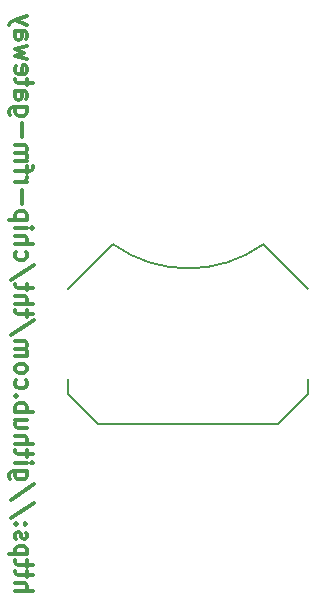
<source format=gbo>
G04 #@! TF.FileFunction,Legend,Bot*
%FSLAX46Y46*%
G04 Gerber Fmt 4.6, Leading zero omitted, Abs format (unit mm)*
G04 Created by KiCad (PCBNEW 4.0.5) date Sunday, 26 February 2017 'PMt' 15:03:11*
%MOMM*%
%LPD*%
G01*
G04 APERTURE LIST*
%ADD10C,0.100000*%
%ADD11C,0.300000*%
%ADD12C,0.150000*%
G04 APERTURE END LIST*
D10*
D11*
X133841429Y-98780002D02*
X135341429Y-98780002D01*
X133841429Y-98137145D02*
X134627143Y-98137145D01*
X134770000Y-98208574D01*
X134841429Y-98351431D01*
X134841429Y-98565716D01*
X134770000Y-98708574D01*
X134698571Y-98780002D01*
X134841429Y-97637145D02*
X134841429Y-97065716D01*
X135341429Y-97422859D02*
X134055714Y-97422859D01*
X133912857Y-97351431D01*
X133841429Y-97208573D01*
X133841429Y-97065716D01*
X134841429Y-96780002D02*
X134841429Y-96208573D01*
X135341429Y-96565716D02*
X134055714Y-96565716D01*
X133912857Y-96494288D01*
X133841429Y-96351430D01*
X133841429Y-96208573D01*
X134841429Y-95708573D02*
X133341429Y-95708573D01*
X134770000Y-95708573D02*
X134841429Y-95565716D01*
X134841429Y-95280002D01*
X134770000Y-95137145D01*
X134698571Y-95065716D01*
X134555714Y-94994287D01*
X134127143Y-94994287D01*
X133984286Y-95065716D01*
X133912857Y-95137145D01*
X133841429Y-95280002D01*
X133841429Y-95565716D01*
X133912857Y-95708573D01*
X133912857Y-94422859D02*
X133841429Y-94280002D01*
X133841429Y-93994287D01*
X133912857Y-93851430D01*
X134055714Y-93780002D01*
X134127143Y-93780002D01*
X134270000Y-93851430D01*
X134341429Y-93994287D01*
X134341429Y-94208573D01*
X134412857Y-94351430D01*
X134555714Y-94422859D01*
X134627143Y-94422859D01*
X134770000Y-94351430D01*
X134841429Y-94208573D01*
X134841429Y-93994287D01*
X134770000Y-93851430D01*
X133984286Y-93137144D02*
X133912857Y-93065716D01*
X133841429Y-93137144D01*
X133912857Y-93208573D01*
X133984286Y-93137144D01*
X133841429Y-93137144D01*
X134770000Y-93137144D02*
X134698571Y-93065716D01*
X134627143Y-93137144D01*
X134698571Y-93208573D01*
X134770000Y-93137144D01*
X134627143Y-93137144D01*
X135412857Y-91351430D02*
X133484286Y-92637144D01*
X135412857Y-89780001D02*
X133484286Y-91065715D01*
X134841429Y-88637143D02*
X133627143Y-88637143D01*
X133484286Y-88708572D01*
X133412857Y-88780000D01*
X133341429Y-88922857D01*
X133341429Y-89137143D01*
X133412857Y-89280000D01*
X133912857Y-88637143D02*
X133841429Y-88780000D01*
X133841429Y-89065714D01*
X133912857Y-89208572D01*
X133984286Y-89280000D01*
X134127143Y-89351429D01*
X134555714Y-89351429D01*
X134698571Y-89280000D01*
X134770000Y-89208572D01*
X134841429Y-89065714D01*
X134841429Y-88780000D01*
X134770000Y-88637143D01*
X133841429Y-87922857D02*
X134841429Y-87922857D01*
X135341429Y-87922857D02*
X135270000Y-87994286D01*
X135198571Y-87922857D01*
X135270000Y-87851429D01*
X135341429Y-87922857D01*
X135198571Y-87922857D01*
X134841429Y-87422857D02*
X134841429Y-86851428D01*
X135341429Y-87208571D02*
X134055714Y-87208571D01*
X133912857Y-87137143D01*
X133841429Y-86994285D01*
X133841429Y-86851428D01*
X133841429Y-86351428D02*
X135341429Y-86351428D01*
X133841429Y-85708571D02*
X134627143Y-85708571D01*
X134770000Y-85780000D01*
X134841429Y-85922857D01*
X134841429Y-86137142D01*
X134770000Y-86280000D01*
X134698571Y-86351428D01*
X134841429Y-84351428D02*
X133841429Y-84351428D01*
X134841429Y-84994285D02*
X134055714Y-84994285D01*
X133912857Y-84922857D01*
X133841429Y-84779999D01*
X133841429Y-84565714D01*
X133912857Y-84422857D01*
X133984286Y-84351428D01*
X133841429Y-83637142D02*
X135341429Y-83637142D01*
X134770000Y-83637142D02*
X134841429Y-83494285D01*
X134841429Y-83208571D01*
X134770000Y-83065714D01*
X134698571Y-82994285D01*
X134555714Y-82922856D01*
X134127143Y-82922856D01*
X133984286Y-82994285D01*
X133912857Y-83065714D01*
X133841429Y-83208571D01*
X133841429Y-83494285D01*
X133912857Y-83637142D01*
X133984286Y-82279999D02*
X133912857Y-82208571D01*
X133841429Y-82279999D01*
X133912857Y-82351428D01*
X133984286Y-82279999D01*
X133841429Y-82279999D01*
X133912857Y-80922856D02*
X133841429Y-81065713D01*
X133841429Y-81351427D01*
X133912857Y-81494285D01*
X133984286Y-81565713D01*
X134127143Y-81637142D01*
X134555714Y-81637142D01*
X134698571Y-81565713D01*
X134770000Y-81494285D01*
X134841429Y-81351427D01*
X134841429Y-81065713D01*
X134770000Y-80922856D01*
X133841429Y-80065713D02*
X133912857Y-80208571D01*
X133984286Y-80279999D01*
X134127143Y-80351428D01*
X134555714Y-80351428D01*
X134698571Y-80279999D01*
X134770000Y-80208571D01*
X134841429Y-80065713D01*
X134841429Y-79851428D01*
X134770000Y-79708571D01*
X134698571Y-79637142D01*
X134555714Y-79565713D01*
X134127143Y-79565713D01*
X133984286Y-79637142D01*
X133912857Y-79708571D01*
X133841429Y-79851428D01*
X133841429Y-80065713D01*
X133841429Y-78922856D02*
X134841429Y-78922856D01*
X134698571Y-78922856D02*
X134770000Y-78851428D01*
X134841429Y-78708570D01*
X134841429Y-78494285D01*
X134770000Y-78351428D01*
X134627143Y-78279999D01*
X133841429Y-78279999D01*
X134627143Y-78279999D02*
X134770000Y-78208570D01*
X134841429Y-78065713D01*
X134841429Y-77851428D01*
X134770000Y-77708570D01*
X134627143Y-77637142D01*
X133841429Y-77637142D01*
X135412857Y-75851428D02*
X133484286Y-77137142D01*
X134841429Y-75565713D02*
X134841429Y-74994284D01*
X135341429Y-75351427D02*
X134055714Y-75351427D01*
X133912857Y-75279999D01*
X133841429Y-75137141D01*
X133841429Y-74994284D01*
X133841429Y-74494284D02*
X135341429Y-74494284D01*
X133841429Y-73851427D02*
X134627143Y-73851427D01*
X134770000Y-73922856D01*
X134841429Y-74065713D01*
X134841429Y-74279998D01*
X134770000Y-74422856D01*
X134698571Y-74494284D01*
X134841429Y-73351427D02*
X134841429Y-72779998D01*
X135341429Y-73137141D02*
X134055714Y-73137141D01*
X133912857Y-73065713D01*
X133841429Y-72922855D01*
X133841429Y-72779998D01*
X135412857Y-71208570D02*
X133484286Y-72494284D01*
X133912857Y-70065712D02*
X133841429Y-70208569D01*
X133841429Y-70494283D01*
X133912857Y-70637141D01*
X133984286Y-70708569D01*
X134127143Y-70779998D01*
X134555714Y-70779998D01*
X134698571Y-70708569D01*
X134770000Y-70637141D01*
X134841429Y-70494283D01*
X134841429Y-70208569D01*
X134770000Y-70065712D01*
X133841429Y-69422855D02*
X135341429Y-69422855D01*
X133841429Y-68779998D02*
X134627143Y-68779998D01*
X134770000Y-68851427D01*
X134841429Y-68994284D01*
X134841429Y-69208569D01*
X134770000Y-69351427D01*
X134698571Y-69422855D01*
X133841429Y-68065712D02*
X134841429Y-68065712D01*
X135341429Y-68065712D02*
X135270000Y-68137141D01*
X135198571Y-68065712D01*
X135270000Y-67994284D01*
X135341429Y-68065712D01*
X135198571Y-68065712D01*
X134841429Y-67351426D02*
X133341429Y-67351426D01*
X134770000Y-67351426D02*
X134841429Y-67208569D01*
X134841429Y-66922855D01*
X134770000Y-66779998D01*
X134698571Y-66708569D01*
X134555714Y-66637140D01*
X134127143Y-66637140D01*
X133984286Y-66708569D01*
X133912857Y-66779998D01*
X133841429Y-66922855D01*
X133841429Y-67208569D01*
X133912857Y-67351426D01*
X134412857Y-65994283D02*
X134412857Y-64851426D01*
X133841429Y-64137140D02*
X134841429Y-64137140D01*
X134555714Y-64137140D02*
X134698571Y-64065712D01*
X134770000Y-63994283D01*
X134841429Y-63851426D01*
X134841429Y-63708569D01*
X134841429Y-63422855D02*
X134841429Y-62851426D01*
X133841429Y-63208569D02*
X135127143Y-63208569D01*
X135270000Y-63137141D01*
X135341429Y-62994283D01*
X135341429Y-62851426D01*
X133841429Y-62351426D02*
X134841429Y-62351426D01*
X134698571Y-62351426D02*
X134770000Y-62279998D01*
X134841429Y-62137140D01*
X134841429Y-61922855D01*
X134770000Y-61779998D01*
X134627143Y-61708569D01*
X133841429Y-61708569D01*
X134627143Y-61708569D02*
X134770000Y-61637140D01*
X134841429Y-61494283D01*
X134841429Y-61279998D01*
X134770000Y-61137140D01*
X134627143Y-61065712D01*
X133841429Y-61065712D01*
X134412857Y-60351426D02*
X134412857Y-59208569D01*
X134841429Y-57851426D02*
X133627143Y-57851426D01*
X133484286Y-57922855D01*
X133412857Y-57994283D01*
X133341429Y-58137140D01*
X133341429Y-58351426D01*
X133412857Y-58494283D01*
X133912857Y-57851426D02*
X133841429Y-57994283D01*
X133841429Y-58279997D01*
X133912857Y-58422855D01*
X133984286Y-58494283D01*
X134127143Y-58565712D01*
X134555714Y-58565712D01*
X134698571Y-58494283D01*
X134770000Y-58422855D01*
X134841429Y-58279997D01*
X134841429Y-57994283D01*
X134770000Y-57851426D01*
X133841429Y-56494283D02*
X134627143Y-56494283D01*
X134770000Y-56565712D01*
X134841429Y-56708569D01*
X134841429Y-56994283D01*
X134770000Y-57137140D01*
X133912857Y-56494283D02*
X133841429Y-56637140D01*
X133841429Y-56994283D01*
X133912857Y-57137140D01*
X134055714Y-57208569D01*
X134198571Y-57208569D01*
X134341429Y-57137140D01*
X134412857Y-56994283D01*
X134412857Y-56637140D01*
X134484286Y-56494283D01*
X134841429Y-55994283D02*
X134841429Y-55422854D01*
X135341429Y-55779997D02*
X134055714Y-55779997D01*
X133912857Y-55708569D01*
X133841429Y-55565711D01*
X133841429Y-55422854D01*
X133912857Y-54351426D02*
X133841429Y-54494283D01*
X133841429Y-54779997D01*
X133912857Y-54922854D01*
X134055714Y-54994283D01*
X134627143Y-54994283D01*
X134770000Y-54922854D01*
X134841429Y-54779997D01*
X134841429Y-54494283D01*
X134770000Y-54351426D01*
X134627143Y-54279997D01*
X134484286Y-54279997D01*
X134341429Y-54994283D01*
X134841429Y-53779997D02*
X133841429Y-53494283D01*
X134555714Y-53208569D01*
X133841429Y-52922854D01*
X134841429Y-52637140D01*
X133841429Y-51422854D02*
X134627143Y-51422854D01*
X134770000Y-51494283D01*
X134841429Y-51637140D01*
X134841429Y-51922854D01*
X134770000Y-52065711D01*
X133912857Y-51422854D02*
X133841429Y-51565711D01*
X133841429Y-51922854D01*
X133912857Y-52065711D01*
X134055714Y-52137140D01*
X134198571Y-52137140D01*
X134341429Y-52065711D01*
X134412857Y-51922854D01*
X134412857Y-51565711D01*
X134484286Y-51422854D01*
X134841429Y-50851425D02*
X133841429Y-50494282D01*
X134841429Y-50137140D02*
X133841429Y-50494282D01*
X133484286Y-50637140D01*
X133412857Y-50708568D01*
X133341429Y-50851425D01*
D12*
X158650000Y-82150000D02*
X158650000Y-80880000D01*
X156110000Y-84690000D02*
X158650000Y-82150000D01*
X140870000Y-84690000D02*
X156110000Y-84690000D01*
X138330000Y-82150000D02*
X140870000Y-84690000D01*
X138330000Y-80880000D02*
X138330000Y-82150000D01*
X154840000Y-69450000D02*
G75*
G02X142140000Y-69450000I-6350000J8890000D01*
G01*
X154840000Y-69450000D02*
X158650000Y-73260000D01*
X138330000Y-73260000D02*
X142140000Y-69450000D01*
M02*

</source>
